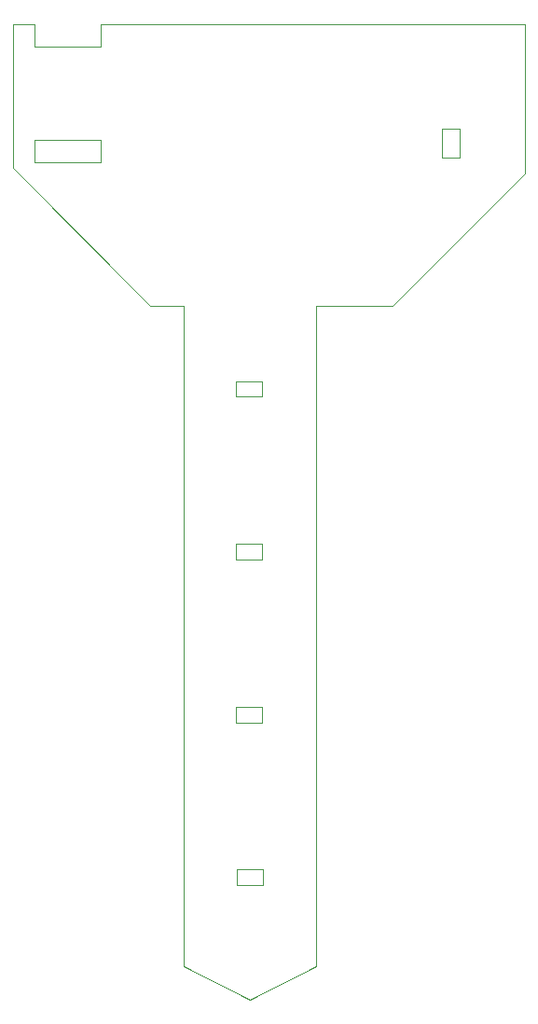
<source format=gbr>
G04 #@! TF.GenerationSoftware,KiCad,Pcbnew,(5.1.9)-1*
G04 #@! TF.CreationDate,2021-06-08T15:39:04+02:00*
G04 #@! TF.ProjectId,TempSpike,54656d70-5370-4696-9b65-2e6b69636164,rev?*
G04 #@! TF.SameCoordinates,Original*
G04 #@! TF.FileFunction,Profile,NP*
%FSLAX46Y46*%
G04 Gerber Fmt 4.6, Leading zero omitted, Abs format (unit mm)*
G04 Created by KiCad (PCBNEW (5.1.9)-1) date 2021-06-08 15:39:04*
%MOMM*%
%LPD*%
G01*
G04 APERTURE LIST*
G04 #@! TA.AperFunction,Profile*
%ADD10C,0.020000*%
G04 #@! TD*
G04 APERTURE END LIST*
D10*
X178000000Y-40500000D02*
X178000000Y-54000000D01*
X133500000Y-40500000D02*
X131500000Y-40500000D01*
X159000000Y-66000000D02*
X166000000Y-66000000D01*
X131500000Y-40500000D02*
X131500000Y-53500000D01*
X166000000Y-66000000D02*
X178000000Y-54000000D01*
X147000000Y-66000000D02*
X144000000Y-66000000D01*
X144000000Y-66000000D02*
X131500000Y-53500000D01*
X139500000Y-40500000D02*
X178000000Y-40500000D01*
X133500000Y-42500000D02*
X139500000Y-42500000D01*
X133500000Y-40500000D02*
X133500000Y-42500000D01*
X139500000Y-51000000D02*
X139500000Y-53000000D01*
X139500000Y-42500000D02*
X139500000Y-40500000D01*
X159000000Y-126000000D02*
X159000000Y-66000000D01*
X133500000Y-51000000D02*
X139500000Y-51000000D01*
X147000000Y-66000000D02*
X147000000Y-126000000D01*
X139500000Y-53000000D02*
X133500000Y-53000000D01*
X133500000Y-53000000D02*
X133500000Y-51000000D01*
X153000000Y-129000000D02*
X159000000Y-126000000D01*
X147000000Y-126000000D02*
X153000000Y-129000000D01*
X172050000Y-52550000D02*
X170450000Y-52550000D01*
X170450000Y-52550000D02*
X170450000Y-49950000D01*
X170450000Y-49950000D02*
X172050000Y-49950000D01*
X172050000Y-49950000D02*
X172050000Y-52550000D01*
X151800000Y-118600000D02*
X151800000Y-117200000D01*
X151800000Y-117200000D02*
X154200000Y-117200000D01*
X154200000Y-117200000D02*
X154200000Y-118600000D01*
X154200000Y-118600000D02*
X151800000Y-118600000D01*
X154150000Y-89060000D02*
X151750000Y-89060000D01*
X154150000Y-87660000D02*
X154150000Y-89060000D01*
X151750000Y-87660000D02*
X154150000Y-87660000D01*
X151750000Y-89060000D02*
X151750000Y-87660000D01*
X151755500Y-74260000D02*
X151755500Y-72860000D01*
X151755500Y-72860000D02*
X154155500Y-72860000D01*
X154155500Y-72860000D02*
X154155500Y-74260000D01*
X154155500Y-74260000D02*
X151755500Y-74260000D01*
X154160000Y-103860000D02*
X151760000Y-103860000D01*
X154160000Y-102460000D02*
X154160000Y-103860000D01*
X151760000Y-102460000D02*
X154160000Y-102460000D01*
X151760000Y-103860000D02*
X151760000Y-102460000D01*
M02*

</source>
